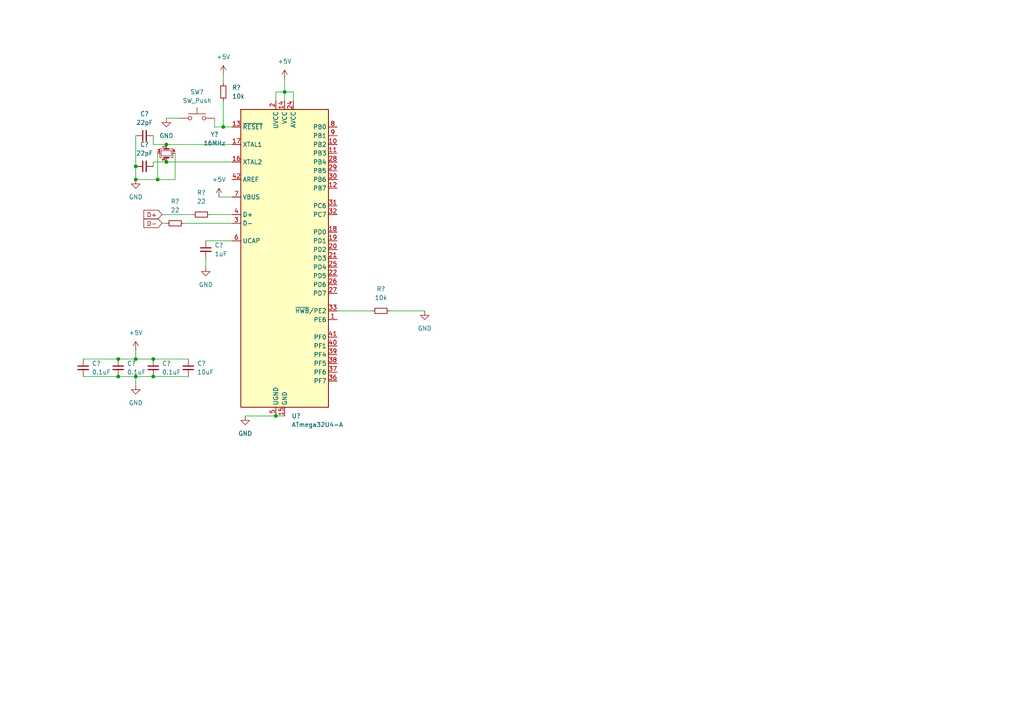
<source format=kicad_sch>
(kicad_sch (version 20211123) (generator eeschema)
  (paper "A4")
  (lib_symbols
    (symbol "Device:C_Small" (pin_numbers hide) (pin_names (offset 0.254) hide)
      (property "Reference" "C" (at 0.254 1.778 0))
      (property "Value" "C_Small" (at 0.254 -2.032 0))
      (symbol "C_Small_0_1"
        (polyline (pts (xy -1.524 -0.508) (xy 1.524 -0.508)) (stroke (width 0.3302)))
        (polyline (pts (xy -1.524 0.508) (xy 1.524 0.508)) (stroke (width 0.3048)))
      )
      (symbol "C_Small_1_1"
        (pin passive line (at 0 2.54 270) (length 2.032) (name "~") (number "1"))
        (pin passive line (at 0 -2.54 90) (length 2.032) (name "~") (number "2"))
      )
    )
    (symbol "Device:Crystal_GND24_Small" (pin_names (offset 1.016) hide)
      (property "Reference" "Y" (at 1.27 4.445 0))
      (property "Value" "Crystal_GND24_Small" (at 1.27 2.54 0))
      (symbol "Crystal_GND24_Small_0_1"
        (rectangle (start -0.762 -1.524) (end 0.762 1.524))
        (polyline (pts (xy -1.27 -0.762) (xy -1.27 0.762)) (stroke (width 0.381)))
        (polyline (pts (xy 1.27 -0.762) (xy 1.27 0.762)) (stroke (width 0.381)))
        (polyline (pts (xy -1.27 -1.27) (xy -1.27 -1.905) (xy 1.27 -1.905) (xy 1.27 -1.27)))
        (polyline (pts (xy -1.27 1.27) (xy -1.27 1.905) (xy 1.27 1.905) (xy 1.27 1.27)))
      )
      (symbol "Crystal_GND24_Small_1_1"
        (pin passive line (at -2.54 0 0) (length 1.27) (name "1") (number "1"))
        (pin passive line (at 0 -2.54 90) (length 0.635) (name "2") (number "2"))
        (pin passive line (at 2.54 0 180) (length 1.27) (name "3") (number "3"))
        (pin passive line (at 0 2.54 270) (length 0.635) (name "4") (number "4"))
      )
    )
    (symbol "Device:R_Small" (pin_numbers hide) (pin_names (offset 0.254) hide)
      (property "Reference" "R" (at 0.762 0.508 0))
      (property "Value" "R_Small" (at 0.762 -1.016 0))
      (symbol "R_Small_0_1"
        (rectangle (start -0.762 1.778) (end 0.762 -1.778) (stroke (width 0.2032)))
      )
      (symbol "R_Small_1_1"
        (pin passive line (at 0 2.54 270) (length 0.762) (name "~") (number "1"))
        (pin passive line (at 0 -2.54 90) (length 0.762) (name "~") (number "2"))
      )
    )
    (symbol "MCU_Microchip_ATmega:ATmega32U4-A"
      (property "Reference" "U" (at -12.7 44.45 0))
      (property "Value" "ATmega32U4-A" (at 2.54 -44.45 0))
      (symbol "ATmega32U4-A_0_1"
        (rectangle (start -12.7 -43.18) (end 12.7 43.18) (stroke (width 0.254)) (fill (type background)))
      )
      (symbol "ATmega32U4-A_1_1"
        (pin bidirectional line (at 15.24 -17.78 180) (length 2.54) (name "PE6") (number "1"))
        (pin bidirectional line (at 15.24 33.02 180) (length 2.54) (name "PB2") (number "10"))
        (pin bidirectional line (at 15.24 30.48 180) (length 2.54) (name "PB3") (number "11"))
        (pin bidirectional line (at 15.24 20.32 180) (length 2.54) (name "PB7") (number "12"))
        (pin input line (at -15.24 38.1 0) (length 2.54) (name "~{RESET}") (number "13"))
        (pin power_in line (at 0 45.72 270) (length 2.54) (name "VCC") (number "14"))
        (pin power_in line (at 0 -45.72 90) (length 2.54) (name "GND") (number "15"))
        (pin output line (at -15.24 27.94 0) (length 2.54) (name "XTAL2") (number "16"))
        (pin input line (at -15.24 33.02 0) (length 2.54) (name "XTAL1") (number "17"))
        (pin bidirectional line (at 15.24 7.62 180) (length 2.54) (name "PD0") (number "18"))
        (pin bidirectional line (at 15.24 5.08 180) (length 2.54) (name "PD1") (number "19"))
        (pin power_in line (at -2.54 45.72 270) (length 2.54) (name "UVCC") (number "2"))
        (pin bidirectional line (at 15.24 2.54 180) (length 2.54) (name "PD2") (number "20"))
        (pin bidirectional line (at 15.24 0 180) (length 2.54) (name "PD3") (number "21"))
        (pin bidirectional line (at 15.24 -5.08 180) (length 2.54) (name "PD5") (number "22"))
        (pin passive line (at 0 -45.72 90) (length 2.54) hide (name "GND") (number "23"))
        (pin power_in line (at 2.54 45.72 270) (length 2.54) (name "AVCC") (number "24"))
        (pin bidirectional line (at 15.24 -2.54 180) (length 2.54) (name "PD4") (number "25"))
        (pin bidirectional line (at 15.24 -7.62 180) (length 2.54) (name "PD6") (number "26"))
        (pin bidirectional line (at 15.24 -10.16 180) (length 2.54) (name "PD7") (number "27"))
        (pin bidirectional line (at 15.24 27.94 180) (length 2.54) (name "PB4") (number "28"))
        (pin bidirectional line (at 15.24 25.4 180) (length 2.54) (name "PB5") (number "29"))
        (pin bidirectional line (at -15.24 10.16 0) (length 2.54) (name "D-") (number "3"))
        (pin bidirectional line (at 15.24 22.86 180) (length 2.54) (name "PB6") (number "30"))
        (pin bidirectional line (at 15.24 15.24 180) (length 2.54) (name "PC6") (number "31"))
        (pin bidirectional line (at 15.24 12.7 180) (length 2.54) (name "PC7") (number "32"))
        (pin bidirectional line (at 15.24 -15.24 180) (length 2.54) (name "~{HWB}/PE2") (number "33"))
        (pin passive line (at 0 45.72 270) (length 2.54) hide (name "VCC") (number "34"))
        (pin passive line (at 0 -45.72 90) (length 2.54) hide (name "GND") (number "35"))
        (pin bidirectional line (at 15.24 -35.56 180) (length 2.54) (name "PF7") (number "36"))
        (pin bidirectional line (at 15.24 -33.02 180) (length 2.54) (name "PF6") (number "37"))
        (pin bidirectional line (at 15.24 -30.48 180) (length 2.54) (name "PF5") (number "38"))
        (pin bidirectional line (at 15.24 -27.94 180) (length 2.54) (name "PF4") (number "39"))
        (pin bidirectional line (at -15.24 12.7 0) (length 2.54) (name "D+") (number "4"))
        (pin bidirectional line (at 15.24 -25.4 180) (length 2.54) (name "PF1") (number "40"))
        (pin bidirectional line (at 15.24 -22.86 180) (length 2.54) (name "PF0") (number "41"))
        (pin passive line (at -15.24 22.86 0) (length 2.54) (name "AREF") (number "42"))
        (pin passive line (at 0 -45.72 90) (length 2.54) hide (name "GND") (number "43"))
        (pin passive line (at 2.54 45.72 270) (length 2.54) hide (name "AVCC") (number "44"))
        (pin passive line (at -2.54 -45.72 90) (length 2.54) (name "UGND") (number "5"))
        (pin passive line (at -15.24 5.08 0) (length 2.54) (name "UCAP") (number "6"))
        (pin input line (at -15.24 17.78 0) (length 2.54) (name "VBUS") (number "7"))
        (pin bidirectional line (at 15.24 38.1 180) (length 2.54) (name "PB0") (number "8"))
        (pin bidirectional line (at 15.24 35.56 180) (length 2.54) (name "PB1") (number "9"))
      )
    )
    (symbol "Switch:SW_Push" (pin_numbers hide) (pin_names (offset 1.016) hide)
      (property "Reference" "SW" (at 1.27 2.54 0))
      (property "Value" "SW_Push" (at 0 -1.524 0))
      (symbol "SW_Push_0_1"
        (circle (center -2.032 0) (radius 0.508))
        (polyline (pts (xy 0 1.27) (xy 0 3.048)))
        (polyline (pts (xy 2.54 1.27) (xy -2.54 1.27)))
        (circle (center 2.032 0) (radius 0.508))
        (pin passive line (at -5.08 0 0) (length 2.54) (name "1") (number "1"))
        (pin passive line (at 5.08 0 180) (length 2.54) (name "2") (number "2"))
      )
    )
    (symbol "power:+5V" (power) (pin_names (offset 0))
      (property "Value" "+5V" (at 0 3.556 0))
      (symbol "+5V_0_1"
        (polyline (pts (xy -0.762 1.27) (xy 0 2.54)))
        (polyline (pts (xy 0 0) (xy 0 2.54)))
        (polyline (pts (xy 0 2.54) (xy 0.762 1.27)))
      )
      (symbol "+5V_1_1"
        (pin power_in line (at 0 0 90) (length 0) hide (name "+5V") (number "1"))
      )
    )
    (symbol "power:GND" (power) (pin_names (offset 0))
      (property "Value" "GND" (at 0 -3.81 0))
      (symbol "GND_0_1"
        (polyline (pts (xy 0 0) (xy 0 -1.27) (xy 1.27 -1.27) (xy 0 -2.54) (xy -1.27 -1.27) (xy 0 -1.27)))
      )
      (symbol "GND_1_1"
        (pin power_in line (at 0 0 270) (length 0) hide (name "GND") (number "1"))
      )
    )
  )
  (junction (at 48.26 46.99))
  (junction (at 80.01 120.65))
  (junction (at 39.37 52.07))
  (junction (at 44.45 109.22))
  (junction (at 44.45 104.14))
  (junction (at 39.37 109.22))
  (junction (at 82.55 26.67))
  (junction (at 48.26 41.91))
  (junction (at 64.77 36.83))
  (junction (at 45.72 52.07))
  (junction (at 39.37 104.14))
  (junction (at 34.29 104.14))
  (junction (at 34.29 109.22))
  (junction (at 39.37 48.26))
  (wire (pts (xy 62.23 34.29) (xy 62.23 36.83)))
  (wire (pts (xy 113.03 90.17) (xy 123.19 90.17)))
  (wire (pts (xy 46.99 64.77) (xy 48.26 64.77)))
  (wire (pts (xy 59.69 74.93) (xy 59.69 77.47)))
  (wire (pts (xy 82.55 22.86) (xy 82.55 26.67)))
  (wire (pts (xy 46.99 62.23) (xy 55.88 62.23)))
  (wire (pts (xy 45.72 44.45) (xy 45.72 52.07)))
  (wire (pts (xy 50.8 52.07) (xy 50.8 44.45)))
  (wire (pts (xy 64.77 21.59) (xy 64.77 24.13)))
  (wire (pts (xy 39.37 39.37) (xy 39.37 48.26)))
  (wire (pts (xy 44.45 46.99) (xy 48.26 46.99)))
  (wire (pts (xy 64.77 36.83) (xy 67.31 36.83)))
  (wire (pts (xy 80.01 120.65) (xy 82.55 120.65)))
  (wire (pts (xy 39.37 52.07) (xy 45.72 52.07)))
  (wire (pts (xy 24.13 109.22) (xy 34.29 109.22)))
  (wire (pts (xy 44.45 109.22) (xy 54.61 109.22)))
  (wire (pts (xy 82.55 26.67) (xy 85.09 26.67)))
  (wire (pts (xy 45.72 52.07) (xy 50.8 52.07)))
  (wire (pts (xy 39.37 109.22) (xy 44.45 109.22)))
  (wire (pts (xy 63.5 57.15) (xy 67.31 57.15)))
  (wire (pts (xy 59.69 69.85) (xy 67.31 69.85)))
  (wire (pts (xy 39.37 48.26) (xy 39.37 52.07)))
  (wire (pts (xy 60.96 62.23) (xy 67.31 62.23)))
  (wire (pts (xy 53.34 64.77) (xy 67.31 64.77)))
  (wire (pts (xy 48.26 46.99) (xy 67.31 46.99)))
  (wire (pts (xy 44.45 48.26) (xy 44.45 46.99)))
  (wire (pts (xy 39.37 101.6) (xy 39.37 104.14)))
  (wire (pts (xy 39.37 104.14) (xy 44.45 104.14)))
  (wire (pts (xy 34.29 109.22) (xy 39.37 109.22)))
  (wire (pts (xy 34.29 104.14) (xy 39.37 104.14)))
  (wire (pts (xy 44.45 41.91) (xy 48.26 41.91)))
  (wire (pts (xy 82.55 26.67) (xy 82.55 29.21)))
  (wire (pts (xy 80.01 26.67) (xy 80.01 29.21)))
  (wire (pts (xy 85.09 26.67) (xy 85.09 29.21)))
  (wire (pts (xy 48.26 34.29) (xy 52.07 34.29)))
  (wire (pts (xy 82.55 26.67) (xy 80.01 26.67)))
  (wire (pts (xy 39.37 109.22) (xy 39.37 111.76)))
  (wire (pts (xy 62.23 36.83) (xy 64.77 36.83)))
  (wire (pts (xy 71.12 120.65) (xy 80.01 120.65)))
  (wire (pts (xy 24.13 104.14) (xy 34.29 104.14)))
  (wire (pts (xy 44.45 104.14) (xy 54.61 104.14)))
  (wire (pts (xy 44.45 39.37) (xy 44.45 41.91)))
  (wire (pts (xy 64.77 29.21) (xy 64.77 36.83)))
  (wire (pts (xy 48.26 41.91) (xy 67.31 41.91)))
  (wire (pts (xy 97.79 90.17) (xy 107.95 90.17)))
  (global_label "D-" (shape input) (at 46.99 64.77 180) (property "Intersheet References" "${INTERSHEET_REFS}" (effects hide)))
  (global_label "D+" (shape input) (at 46.99 62.23 180) (property "Intersheet References" "${INTERSHEET_REFS}" (effects hide)))
  (symbol (lib_id "power:GND") (at 39.37 52.07 0) (unit 1)
    (property "Reference" "#PWR?" (effects hide))
    (property "Value" "GND" (at 39.37 57.15 0))
  )
  (symbol (lib_id "Device:C_Small") (at 34.29 106.68 0) (unit 1)
    (property "Reference" "C?" (at 36.83 105.4162 0) (effects (justify left)))
    (property "Value" "0.1uF" (at 36.83 107.9562 0) (effects (justify left)))
  )
  (symbol (lib_id "power:GND") (at 71.12 120.65 0) (unit 1)
    (property "Reference" "#PWR?" (effects hide))
    (property "Value" "GND" (at 71.12 125.73 0))
  )
  (symbol (lib_id "power:GND") (at 59.69 77.47 0) (unit 1)
    (property "Reference" "#PWR?" (effects hide))
    (property "Value" "GND" (at 59.69 82.55 0))
  )
  (symbol (lib_id "Device:C_Small") (at 44.45 106.68 0) (unit 1)
    (property "Reference" "C?" (at 46.99 105.4162 0) (effects (justify left)))
    (property "Value" "0.1uF" (at 46.99 107.9562 0) (effects (justify left)))
  )
  (symbol (lib_id "Device:R_Small") (at 50.8 64.77 90) (unit 1)
    (property "Reference" "R?" (at 50.8 58.42 90))
    (property "Value" "22" (at 50.8 60.96 90))
  )
  (symbol (lib_id "Device:C_Small") (at 54.61 106.68 0) (unit 1)
    (property "Reference" "C?" (at 57.15 105.4162 0) (effects (justify left)))
    (property "Value" "10uF" (at 57.15 107.9562 0) (effects (justify left)))
  )
  (symbol (lib_id "Switch:SW_Push") (at 57.15 34.29 0) (unit 1)
    (property "Reference" "SW?" (at 57.15 26.67 0))
    (property "Value" "SW_Push" (at 57.15 29.21 0))
  )
  (symbol (lib_id "power:+5V") (at 39.37 101.6 0) (unit 1)
    (property "Reference" "#PWR?" (effects hide))
    (property "Value" "+5V" (at 39.37 96.52 0))
  )
  (symbol (lib_id "Device:C_Small") (at 41.91 48.26 90) (unit 1)
    (property "Reference" "C?" (at 41.9163 41.91 90))
    (property "Value" "22pF" (at 41.9163 44.45 90))
  )
  (symbol (lib_id "Device:C_Small") (at 59.69 72.39 0) (unit 1)
    (property "Reference" "C?" (at 62.23 71.1262 0) (effects (justify left)))
    (property "Value" "1uF" (at 62.23 73.6662 0) (effects (justify left)))
  )
  (symbol (lib_id "power:GND") (at 48.26 34.29 0) (unit 1)
    (property "Reference" "#PWR?" (effects hide))
    (property "Value" "GND" (at 48.26 39.37 0))
  )
  (symbol (lib_id "power:+5V") (at 64.77 21.59 0) (unit 1)
    (property "Reference" "#PWR?" (effects hide))
    (property "Value" "+5V" (at 64.77 16.51 0))
  )
  (symbol (lib_id "power:+5V") (at 63.5 57.15 0) (unit 1)
    (property "Reference" "#PWR?" (effects hide))
    (property "Value" "+5V" (at 63.5 52.07 0))
  )
  (symbol (lib_id "Device:C_Small") (at 41.91 39.37 90) (unit 1)
    (property "Reference" "C?" (at 41.9163 33.02 90))
    (property "Value" "22pF" (at 41.9163 35.56 90))
  )
  (symbol (lib_id "Device:R_Small") (at 110.49 90.17 90) (unit 1)
    (property "Reference" "R?" (at 110.49 83.82 90))
    (property "Value" "10k" (at 110.49 86.36 90))
  )
  (symbol (lib_id "Device:R_Small") (at 58.42 62.23 90) (unit 1)
    (property "Reference" "R?" (at 58.42 55.88 90))
    (property "Value" "22" (at 58.42 58.42 90))
  )
  (symbol (lib_id "Device:C_Small") (at 24.13 106.68 0) (unit 1)
    (property "Reference" "C?" (at 26.67 105.4162 0) (effects (justify left)))
    (property "Value" "0.1uF" (at 26.67 107.9562 0) (effects (justify left)))
  )
  (symbol (lib_id "power:GND") (at 123.19 90.17 0) (unit 1)
    (property "Reference" "#PWR?" (effects hide))
    (property "Value" "GND" (at 123.19 95.25 0))
  )
  (symbol (lib_id "Device:R_Small") (at 64.77 26.67 0) (unit 1)
    (property "Reference" "R?" (at 67.31 25.3999 0) (effects (justify left)))
    (property "Value" "10k" (at 67.31 27.9399 0) (effects (justify left)))
  )
  (symbol (lib_id "power:GND") (at 39.37 111.76 0) (unit 1)
    (property "Reference" "#PWR?" (effects hide))
    (property "Value" "GND" (at 39.37 116.84 0))
  )
  (symbol (lib_id "Device:Crystal_GND24_Small") (at 48.26 44.45 270) (unit 1)
    (property "Reference" "Y?" (at 62.23 38.9888 90))
    (property "Value" "16MHz" (at 62.23 41.5288 90))
  )
  (symbol (lib_id "power:+5V") (at 82.55 22.86 0) (unit 1)
    (property "Reference" "#PWR?" (effects hide))
    (property "Value" "+5V" (at 82.55 17.78 0))
  )
  (symbol (lib_id "MCU_Microchip_ATmega:ATmega32U4-A") (at 82.55 74.93 0) (unit 1)
    (property "Reference" "U?" (at 84.5694 120.65 0) (effects (justify left)))
    (property "Value" "ATmega32U4-A" (at 84.5694 123.19 0) (effects (justify left)))
    (property "Footprint" "Package_QFP:TQFP-44_10x10mm_P0.8mm" (effects hide))
    (property "Datasheet" "http://ww1.microchip.com/downloads/en/DeviceDoc/Atmel-7766-8-bit-AVR-ATmega16U4-32U4_Datasheet.pdf" (effects hide))
  )
)
</source>
